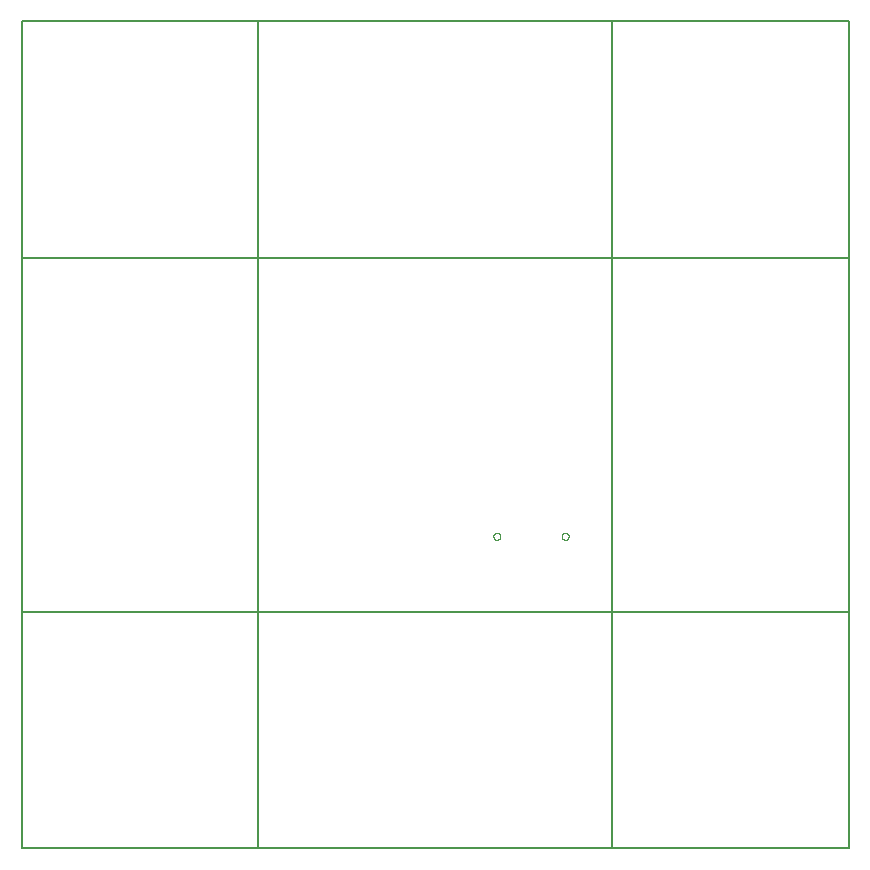
<source format=gbp>
G75*
%MOIN*%
%OFA0B0*%
%FSLAX25Y25*%
%IPPOS*%
%LPD*%
%AMOC8*
5,1,8,0,0,1.08239X$1,22.5*
%
%ADD10C,0.00800*%
%ADD11C,0.00000*%
D10*
X0001400Y0001400D02*
X0080140Y0001400D01*
X0080140Y0276991D01*
X0198250Y0276991D01*
X0198250Y0001400D01*
X0080140Y0001400D01*
X0001400Y0001400D02*
X0001400Y0080140D01*
X0276991Y0080140D01*
X0276991Y0001400D01*
X0198250Y0001400D01*
X0276991Y0080140D02*
X0276991Y0198250D01*
X0001400Y0198250D01*
X0001400Y0276991D01*
X0080140Y0276991D01*
X0001400Y0198250D02*
X0001400Y0080140D01*
X0198250Y0276991D02*
X0276991Y0276991D01*
X0276991Y0198250D01*
D11*
X0181282Y0105337D02*
X0181284Y0105406D01*
X0181290Y0105474D01*
X0181300Y0105542D01*
X0181314Y0105609D01*
X0181332Y0105676D01*
X0181353Y0105741D01*
X0181379Y0105805D01*
X0181408Y0105867D01*
X0181440Y0105927D01*
X0181476Y0105986D01*
X0181516Y0106042D01*
X0181558Y0106096D01*
X0181604Y0106147D01*
X0181653Y0106196D01*
X0181704Y0106242D01*
X0181758Y0106284D01*
X0181814Y0106324D01*
X0181872Y0106360D01*
X0181933Y0106392D01*
X0181995Y0106421D01*
X0182059Y0106447D01*
X0182124Y0106468D01*
X0182191Y0106486D01*
X0182258Y0106500D01*
X0182326Y0106510D01*
X0182394Y0106516D01*
X0182463Y0106518D01*
X0182532Y0106516D01*
X0182600Y0106510D01*
X0182668Y0106500D01*
X0182735Y0106486D01*
X0182802Y0106468D01*
X0182867Y0106447D01*
X0182931Y0106421D01*
X0182993Y0106392D01*
X0183053Y0106360D01*
X0183112Y0106324D01*
X0183168Y0106284D01*
X0183222Y0106242D01*
X0183273Y0106196D01*
X0183322Y0106147D01*
X0183368Y0106096D01*
X0183410Y0106042D01*
X0183450Y0105986D01*
X0183486Y0105927D01*
X0183518Y0105867D01*
X0183547Y0105805D01*
X0183573Y0105741D01*
X0183594Y0105676D01*
X0183612Y0105609D01*
X0183626Y0105542D01*
X0183636Y0105474D01*
X0183642Y0105406D01*
X0183644Y0105337D01*
X0183642Y0105268D01*
X0183636Y0105200D01*
X0183626Y0105132D01*
X0183612Y0105065D01*
X0183594Y0104998D01*
X0183573Y0104933D01*
X0183547Y0104869D01*
X0183518Y0104807D01*
X0183486Y0104746D01*
X0183450Y0104688D01*
X0183410Y0104632D01*
X0183368Y0104578D01*
X0183322Y0104527D01*
X0183273Y0104478D01*
X0183222Y0104432D01*
X0183168Y0104390D01*
X0183112Y0104350D01*
X0183054Y0104314D01*
X0182993Y0104282D01*
X0182931Y0104253D01*
X0182867Y0104227D01*
X0182802Y0104206D01*
X0182735Y0104188D01*
X0182668Y0104174D01*
X0182600Y0104164D01*
X0182532Y0104158D01*
X0182463Y0104156D01*
X0182394Y0104158D01*
X0182326Y0104164D01*
X0182258Y0104174D01*
X0182191Y0104188D01*
X0182124Y0104206D01*
X0182059Y0104227D01*
X0181995Y0104253D01*
X0181933Y0104282D01*
X0181872Y0104314D01*
X0181814Y0104350D01*
X0181758Y0104390D01*
X0181704Y0104432D01*
X0181653Y0104478D01*
X0181604Y0104527D01*
X0181558Y0104578D01*
X0181516Y0104632D01*
X0181476Y0104688D01*
X0181440Y0104746D01*
X0181408Y0104807D01*
X0181379Y0104869D01*
X0181353Y0104933D01*
X0181332Y0104998D01*
X0181314Y0105065D01*
X0181300Y0105132D01*
X0181290Y0105200D01*
X0181284Y0105268D01*
X0181282Y0105337D01*
X0158526Y0105337D02*
X0158528Y0105406D01*
X0158534Y0105474D01*
X0158544Y0105542D01*
X0158558Y0105609D01*
X0158576Y0105676D01*
X0158597Y0105741D01*
X0158623Y0105805D01*
X0158652Y0105867D01*
X0158684Y0105927D01*
X0158720Y0105986D01*
X0158760Y0106042D01*
X0158802Y0106096D01*
X0158848Y0106147D01*
X0158897Y0106196D01*
X0158948Y0106242D01*
X0159002Y0106284D01*
X0159058Y0106324D01*
X0159116Y0106360D01*
X0159177Y0106392D01*
X0159239Y0106421D01*
X0159303Y0106447D01*
X0159368Y0106468D01*
X0159435Y0106486D01*
X0159502Y0106500D01*
X0159570Y0106510D01*
X0159638Y0106516D01*
X0159707Y0106518D01*
X0159776Y0106516D01*
X0159844Y0106510D01*
X0159912Y0106500D01*
X0159979Y0106486D01*
X0160046Y0106468D01*
X0160111Y0106447D01*
X0160175Y0106421D01*
X0160237Y0106392D01*
X0160297Y0106360D01*
X0160356Y0106324D01*
X0160412Y0106284D01*
X0160466Y0106242D01*
X0160517Y0106196D01*
X0160566Y0106147D01*
X0160612Y0106096D01*
X0160654Y0106042D01*
X0160694Y0105986D01*
X0160730Y0105927D01*
X0160762Y0105867D01*
X0160791Y0105805D01*
X0160817Y0105741D01*
X0160838Y0105676D01*
X0160856Y0105609D01*
X0160870Y0105542D01*
X0160880Y0105474D01*
X0160886Y0105406D01*
X0160888Y0105337D01*
X0160886Y0105268D01*
X0160880Y0105200D01*
X0160870Y0105132D01*
X0160856Y0105065D01*
X0160838Y0104998D01*
X0160817Y0104933D01*
X0160791Y0104869D01*
X0160762Y0104807D01*
X0160730Y0104746D01*
X0160694Y0104688D01*
X0160654Y0104632D01*
X0160612Y0104578D01*
X0160566Y0104527D01*
X0160517Y0104478D01*
X0160466Y0104432D01*
X0160412Y0104390D01*
X0160356Y0104350D01*
X0160298Y0104314D01*
X0160237Y0104282D01*
X0160175Y0104253D01*
X0160111Y0104227D01*
X0160046Y0104206D01*
X0159979Y0104188D01*
X0159912Y0104174D01*
X0159844Y0104164D01*
X0159776Y0104158D01*
X0159707Y0104156D01*
X0159638Y0104158D01*
X0159570Y0104164D01*
X0159502Y0104174D01*
X0159435Y0104188D01*
X0159368Y0104206D01*
X0159303Y0104227D01*
X0159239Y0104253D01*
X0159177Y0104282D01*
X0159116Y0104314D01*
X0159058Y0104350D01*
X0159002Y0104390D01*
X0158948Y0104432D01*
X0158897Y0104478D01*
X0158848Y0104527D01*
X0158802Y0104578D01*
X0158760Y0104632D01*
X0158720Y0104688D01*
X0158684Y0104746D01*
X0158652Y0104807D01*
X0158623Y0104869D01*
X0158597Y0104933D01*
X0158576Y0104998D01*
X0158558Y0105065D01*
X0158544Y0105132D01*
X0158534Y0105200D01*
X0158528Y0105268D01*
X0158526Y0105337D01*
M02*

</source>
